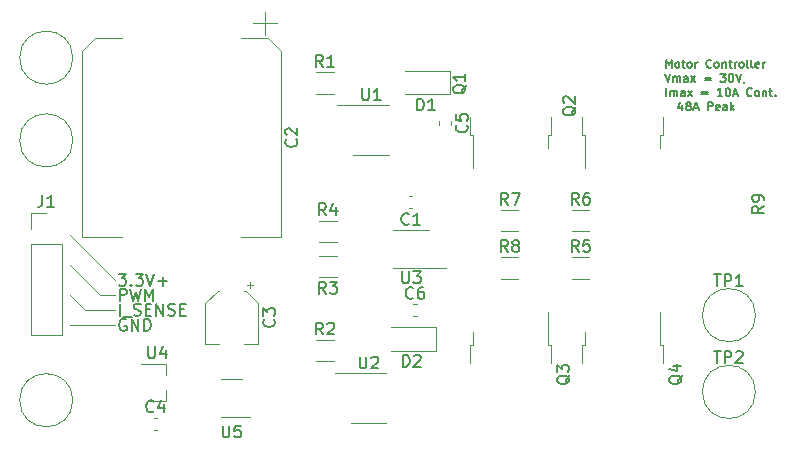
<source format=gto>
G04 #@! TF.GenerationSoftware,KiCad,Pcbnew,(5.1.10)-1*
G04 #@! TF.CreationDate,2021-09-07T16:34:36-04:00*
G04 #@! TF.ProjectId,Motor_Controller,4d6f746f-725f-4436-9f6e-74726f6c6c65,rev?*
G04 #@! TF.SameCoordinates,Original*
G04 #@! TF.FileFunction,Legend,Top*
G04 #@! TF.FilePolarity,Positive*
%FSLAX46Y46*%
G04 Gerber Fmt 4.6, Leading zero omitted, Abs format (unit mm)*
G04 Created by KiCad (PCBNEW (5.1.10)-1) date 2021-09-07 16:34:36*
%MOMM*%
%LPD*%
G01*
G04 APERTURE LIST*
%ADD10C,0.150000*%
%ADD11C,0.120000*%
%ADD12C,0.200000*%
%ADD13R,1.060000X0.650000*%
%ADD14R,0.900000X0.800000*%
%ADD15R,1.650000X2.850000*%
%ADD16C,4.000000*%
%ADD17R,1.000000X1.000000*%
%ADD18R,6.200000X2.700000*%
%ADD19R,5.800000X6.400000*%
%ADD20R,1.200000X2.200000*%
%ADD21O,1.700000X1.700000*%
%ADD22R,1.700000X1.700000*%
%ADD23R,1.100000X1.100000*%
G04 APERTURE END LIST*
D10*
X82179166Y-128056666D02*
X82179166Y-127356666D01*
X82412500Y-127856666D01*
X82645833Y-127356666D01*
X82645833Y-128056666D01*
X83079166Y-128056666D02*
X83012500Y-128023333D01*
X82979166Y-127990000D01*
X82945833Y-127923333D01*
X82945833Y-127723333D01*
X82979166Y-127656666D01*
X83012500Y-127623333D01*
X83079166Y-127590000D01*
X83179166Y-127590000D01*
X83245833Y-127623333D01*
X83279166Y-127656666D01*
X83312500Y-127723333D01*
X83312500Y-127923333D01*
X83279166Y-127990000D01*
X83245833Y-128023333D01*
X83179166Y-128056666D01*
X83079166Y-128056666D01*
X83512500Y-127590000D02*
X83779166Y-127590000D01*
X83612500Y-127356666D02*
X83612500Y-127956666D01*
X83645833Y-128023333D01*
X83712500Y-128056666D01*
X83779166Y-128056666D01*
X84112500Y-128056666D02*
X84045833Y-128023333D01*
X84012500Y-127990000D01*
X83979166Y-127923333D01*
X83979166Y-127723333D01*
X84012500Y-127656666D01*
X84045833Y-127623333D01*
X84112500Y-127590000D01*
X84212500Y-127590000D01*
X84279166Y-127623333D01*
X84312500Y-127656666D01*
X84345833Y-127723333D01*
X84345833Y-127923333D01*
X84312500Y-127990000D01*
X84279166Y-128023333D01*
X84212500Y-128056666D01*
X84112500Y-128056666D01*
X84645833Y-128056666D02*
X84645833Y-127590000D01*
X84645833Y-127723333D02*
X84679166Y-127656666D01*
X84712500Y-127623333D01*
X84779166Y-127590000D01*
X84845833Y-127590000D01*
X86012500Y-127990000D02*
X85979166Y-128023333D01*
X85879166Y-128056666D01*
X85812500Y-128056666D01*
X85712500Y-128023333D01*
X85645833Y-127956666D01*
X85612500Y-127890000D01*
X85579166Y-127756666D01*
X85579166Y-127656666D01*
X85612500Y-127523333D01*
X85645833Y-127456666D01*
X85712500Y-127390000D01*
X85812500Y-127356666D01*
X85879166Y-127356666D01*
X85979166Y-127390000D01*
X86012500Y-127423333D01*
X86412500Y-128056666D02*
X86345833Y-128023333D01*
X86312500Y-127990000D01*
X86279166Y-127923333D01*
X86279166Y-127723333D01*
X86312500Y-127656666D01*
X86345833Y-127623333D01*
X86412500Y-127590000D01*
X86512500Y-127590000D01*
X86579166Y-127623333D01*
X86612500Y-127656666D01*
X86645833Y-127723333D01*
X86645833Y-127923333D01*
X86612500Y-127990000D01*
X86579166Y-128023333D01*
X86512500Y-128056666D01*
X86412500Y-128056666D01*
X86945833Y-127590000D02*
X86945833Y-128056666D01*
X86945833Y-127656666D02*
X86979166Y-127623333D01*
X87045833Y-127590000D01*
X87145833Y-127590000D01*
X87212500Y-127623333D01*
X87245833Y-127690000D01*
X87245833Y-128056666D01*
X87479166Y-127590000D02*
X87745833Y-127590000D01*
X87579166Y-127356666D02*
X87579166Y-127956666D01*
X87612500Y-128023333D01*
X87679166Y-128056666D01*
X87745833Y-128056666D01*
X87979166Y-128056666D02*
X87979166Y-127590000D01*
X87979166Y-127723333D02*
X88012500Y-127656666D01*
X88045833Y-127623333D01*
X88112500Y-127590000D01*
X88179166Y-127590000D01*
X88512500Y-128056666D02*
X88445833Y-128023333D01*
X88412500Y-127990000D01*
X88379166Y-127923333D01*
X88379166Y-127723333D01*
X88412500Y-127656666D01*
X88445833Y-127623333D01*
X88512500Y-127590000D01*
X88612500Y-127590000D01*
X88679166Y-127623333D01*
X88712500Y-127656666D01*
X88745833Y-127723333D01*
X88745833Y-127923333D01*
X88712500Y-127990000D01*
X88679166Y-128023333D01*
X88612500Y-128056666D01*
X88512500Y-128056666D01*
X89145833Y-128056666D02*
X89079166Y-128023333D01*
X89045833Y-127956666D01*
X89045833Y-127356666D01*
X89512500Y-128056666D02*
X89445833Y-128023333D01*
X89412500Y-127956666D01*
X89412500Y-127356666D01*
X90045833Y-128023333D02*
X89979166Y-128056666D01*
X89845833Y-128056666D01*
X89779166Y-128023333D01*
X89745833Y-127956666D01*
X89745833Y-127690000D01*
X89779166Y-127623333D01*
X89845833Y-127590000D01*
X89979166Y-127590000D01*
X90045833Y-127623333D01*
X90079166Y-127690000D01*
X90079166Y-127756666D01*
X89745833Y-127823333D01*
X90379166Y-128056666D02*
X90379166Y-127590000D01*
X90379166Y-127723333D02*
X90412500Y-127656666D01*
X90445833Y-127623333D01*
X90512500Y-127590000D01*
X90579166Y-127590000D01*
X82079166Y-128556666D02*
X82312500Y-129256666D01*
X82545833Y-128556666D01*
X82779166Y-129256666D02*
X82779166Y-128790000D01*
X82779166Y-128856666D02*
X82812500Y-128823333D01*
X82879166Y-128790000D01*
X82979166Y-128790000D01*
X83045833Y-128823333D01*
X83079166Y-128890000D01*
X83079166Y-129256666D01*
X83079166Y-128890000D02*
X83112500Y-128823333D01*
X83179166Y-128790000D01*
X83279166Y-128790000D01*
X83345833Y-128823333D01*
X83379166Y-128890000D01*
X83379166Y-129256666D01*
X84012500Y-129256666D02*
X84012500Y-128890000D01*
X83979166Y-128823333D01*
X83912500Y-128790000D01*
X83779166Y-128790000D01*
X83712500Y-128823333D01*
X84012500Y-129223333D02*
X83945833Y-129256666D01*
X83779166Y-129256666D01*
X83712500Y-129223333D01*
X83679166Y-129156666D01*
X83679166Y-129090000D01*
X83712500Y-129023333D01*
X83779166Y-128990000D01*
X83945833Y-128990000D01*
X84012500Y-128956666D01*
X84279166Y-129256666D02*
X84645833Y-128790000D01*
X84279166Y-128790000D02*
X84645833Y-129256666D01*
X85445833Y-128890000D02*
X85979166Y-128890000D01*
X85979166Y-129090000D02*
X85445833Y-129090000D01*
X86779166Y-128556666D02*
X87212500Y-128556666D01*
X86979166Y-128823333D01*
X87079166Y-128823333D01*
X87145833Y-128856666D01*
X87179166Y-128890000D01*
X87212500Y-128956666D01*
X87212500Y-129123333D01*
X87179166Y-129190000D01*
X87145833Y-129223333D01*
X87079166Y-129256666D01*
X86879166Y-129256666D01*
X86812500Y-129223333D01*
X86779166Y-129190000D01*
X87645833Y-128556666D02*
X87712500Y-128556666D01*
X87779166Y-128590000D01*
X87812500Y-128623333D01*
X87845833Y-128690000D01*
X87879166Y-128823333D01*
X87879166Y-128990000D01*
X87845833Y-129123333D01*
X87812500Y-129190000D01*
X87779166Y-129223333D01*
X87712500Y-129256666D01*
X87645833Y-129256666D01*
X87579166Y-129223333D01*
X87545833Y-129190000D01*
X87512500Y-129123333D01*
X87479166Y-128990000D01*
X87479166Y-128823333D01*
X87512500Y-128690000D01*
X87545833Y-128623333D01*
X87579166Y-128590000D01*
X87645833Y-128556666D01*
X88079166Y-128556666D02*
X88312500Y-129256666D01*
X88545833Y-128556666D01*
X88812500Y-129223333D02*
X88812500Y-129256666D01*
X88779166Y-129323333D01*
X88745833Y-129356666D01*
X82179166Y-130456666D02*
X82179166Y-129756666D01*
X82512500Y-130456666D02*
X82512500Y-129990000D01*
X82512500Y-130056666D02*
X82545833Y-130023333D01*
X82612500Y-129990000D01*
X82712500Y-129990000D01*
X82779166Y-130023333D01*
X82812500Y-130090000D01*
X82812500Y-130456666D01*
X82812500Y-130090000D02*
X82845833Y-130023333D01*
X82912500Y-129990000D01*
X83012500Y-129990000D01*
X83079166Y-130023333D01*
X83112500Y-130090000D01*
X83112500Y-130456666D01*
X83745833Y-130456666D02*
X83745833Y-130090000D01*
X83712500Y-130023333D01*
X83645833Y-129990000D01*
X83512500Y-129990000D01*
X83445833Y-130023333D01*
X83745833Y-130423333D02*
X83679166Y-130456666D01*
X83512500Y-130456666D01*
X83445833Y-130423333D01*
X83412500Y-130356666D01*
X83412500Y-130290000D01*
X83445833Y-130223333D01*
X83512500Y-130190000D01*
X83679166Y-130190000D01*
X83745833Y-130156666D01*
X84012500Y-130456666D02*
X84379166Y-129990000D01*
X84012500Y-129990000D02*
X84379166Y-130456666D01*
X85179166Y-130090000D02*
X85712500Y-130090000D01*
X85712500Y-130290000D02*
X85179166Y-130290000D01*
X86945833Y-130456666D02*
X86545833Y-130456666D01*
X86745833Y-130456666D02*
X86745833Y-129756666D01*
X86679166Y-129856666D01*
X86612500Y-129923333D01*
X86545833Y-129956666D01*
X87379166Y-129756666D02*
X87445833Y-129756666D01*
X87512500Y-129790000D01*
X87545833Y-129823333D01*
X87579166Y-129890000D01*
X87612500Y-130023333D01*
X87612500Y-130190000D01*
X87579166Y-130323333D01*
X87545833Y-130390000D01*
X87512500Y-130423333D01*
X87445833Y-130456666D01*
X87379166Y-130456666D01*
X87312500Y-130423333D01*
X87279166Y-130390000D01*
X87245833Y-130323333D01*
X87212500Y-130190000D01*
X87212500Y-130023333D01*
X87245833Y-129890000D01*
X87279166Y-129823333D01*
X87312500Y-129790000D01*
X87379166Y-129756666D01*
X87879166Y-130256666D02*
X88212500Y-130256666D01*
X87812500Y-130456666D02*
X88045833Y-129756666D01*
X88279166Y-130456666D01*
X89445833Y-130390000D02*
X89412500Y-130423333D01*
X89312500Y-130456666D01*
X89245833Y-130456666D01*
X89145833Y-130423333D01*
X89079166Y-130356666D01*
X89045833Y-130290000D01*
X89012500Y-130156666D01*
X89012500Y-130056666D01*
X89045833Y-129923333D01*
X89079166Y-129856666D01*
X89145833Y-129790000D01*
X89245833Y-129756666D01*
X89312500Y-129756666D01*
X89412500Y-129790000D01*
X89445833Y-129823333D01*
X89845833Y-130456666D02*
X89779166Y-130423333D01*
X89745833Y-130390000D01*
X89712500Y-130323333D01*
X89712500Y-130123333D01*
X89745833Y-130056666D01*
X89779166Y-130023333D01*
X89845833Y-129990000D01*
X89945833Y-129990000D01*
X90012500Y-130023333D01*
X90045833Y-130056666D01*
X90079166Y-130123333D01*
X90079166Y-130323333D01*
X90045833Y-130390000D01*
X90012500Y-130423333D01*
X89945833Y-130456666D01*
X89845833Y-130456666D01*
X90379166Y-129990000D02*
X90379166Y-130456666D01*
X90379166Y-130056666D02*
X90412500Y-130023333D01*
X90479166Y-129990000D01*
X90579166Y-129990000D01*
X90645833Y-130023333D01*
X90679166Y-130090000D01*
X90679166Y-130456666D01*
X90912500Y-129990000D02*
X91179166Y-129990000D01*
X91012500Y-129756666D02*
X91012500Y-130356666D01*
X91045833Y-130423333D01*
X91112500Y-130456666D01*
X91179166Y-130456666D01*
X91412500Y-130390000D02*
X91445833Y-130423333D01*
X91412500Y-130456666D01*
X91379166Y-130423333D01*
X91412500Y-130390000D01*
X91412500Y-130456666D01*
X83545833Y-131190000D02*
X83545833Y-131656666D01*
X83379166Y-130923333D02*
X83212500Y-131423333D01*
X83645833Y-131423333D01*
X84012500Y-131256666D02*
X83945833Y-131223333D01*
X83912500Y-131190000D01*
X83879166Y-131123333D01*
X83879166Y-131090000D01*
X83912500Y-131023333D01*
X83945833Y-130990000D01*
X84012500Y-130956666D01*
X84145833Y-130956666D01*
X84212500Y-130990000D01*
X84245833Y-131023333D01*
X84279166Y-131090000D01*
X84279166Y-131123333D01*
X84245833Y-131190000D01*
X84212500Y-131223333D01*
X84145833Y-131256666D01*
X84012500Y-131256666D01*
X83945833Y-131290000D01*
X83912500Y-131323333D01*
X83879166Y-131390000D01*
X83879166Y-131523333D01*
X83912500Y-131590000D01*
X83945833Y-131623333D01*
X84012500Y-131656666D01*
X84145833Y-131656666D01*
X84212500Y-131623333D01*
X84245833Y-131590000D01*
X84279166Y-131523333D01*
X84279166Y-131390000D01*
X84245833Y-131323333D01*
X84212500Y-131290000D01*
X84145833Y-131256666D01*
X84545833Y-131456666D02*
X84879166Y-131456666D01*
X84479166Y-131656666D02*
X84712500Y-130956666D01*
X84945833Y-131656666D01*
X85712500Y-131656666D02*
X85712500Y-130956666D01*
X85979166Y-130956666D01*
X86045833Y-130990000D01*
X86079166Y-131023333D01*
X86112500Y-131090000D01*
X86112500Y-131190000D01*
X86079166Y-131256666D01*
X86045833Y-131290000D01*
X85979166Y-131323333D01*
X85712500Y-131323333D01*
X86679166Y-131623333D02*
X86612500Y-131656666D01*
X86479166Y-131656666D01*
X86412500Y-131623333D01*
X86379166Y-131556666D01*
X86379166Y-131290000D01*
X86412500Y-131223333D01*
X86479166Y-131190000D01*
X86612500Y-131190000D01*
X86679166Y-131223333D01*
X86712500Y-131290000D01*
X86712500Y-131356666D01*
X86379166Y-131423333D01*
X87312500Y-131656666D02*
X87312500Y-131290000D01*
X87279166Y-131223333D01*
X87212500Y-131190000D01*
X87079166Y-131190000D01*
X87012500Y-131223333D01*
X87312500Y-131623333D02*
X87245833Y-131656666D01*
X87079166Y-131656666D01*
X87012500Y-131623333D01*
X86979166Y-131556666D01*
X86979166Y-131490000D01*
X87012500Y-131423333D01*
X87079166Y-131390000D01*
X87245833Y-131390000D01*
X87312500Y-131356666D01*
X87645833Y-131656666D02*
X87645833Y-130956666D01*
X87712500Y-131390000D02*
X87912500Y-131656666D01*
X87912500Y-131190000D02*
X87645833Y-131456666D01*
D11*
X33020000Y-148590000D02*
X31750000Y-147320000D01*
X34290000Y-147320000D02*
X31750000Y-144780000D01*
X35560000Y-146050000D02*
X31750000Y-142240000D01*
X35560000Y-149860000D02*
X31750000Y-149860000D01*
X35560000Y-148590000D02*
X33020000Y-148590000D01*
X35560000Y-147320000D02*
X34290000Y-147320000D01*
D12*
X36451904Y-149360000D02*
X36356666Y-149312380D01*
X36213809Y-149312380D01*
X36070952Y-149360000D01*
X35975714Y-149455238D01*
X35928095Y-149550476D01*
X35880476Y-149740952D01*
X35880476Y-149883809D01*
X35928095Y-150074285D01*
X35975714Y-150169523D01*
X36070952Y-150264761D01*
X36213809Y-150312380D01*
X36309047Y-150312380D01*
X36451904Y-150264761D01*
X36499523Y-150217142D01*
X36499523Y-149883809D01*
X36309047Y-149883809D01*
X36928095Y-150312380D02*
X36928095Y-149312380D01*
X37499523Y-150312380D01*
X37499523Y-149312380D01*
X37975714Y-150312380D02*
X37975714Y-149312380D01*
X38213809Y-149312380D01*
X38356666Y-149360000D01*
X38451904Y-149455238D01*
X38499523Y-149550476D01*
X38547142Y-149740952D01*
X38547142Y-149883809D01*
X38499523Y-150074285D01*
X38451904Y-150169523D01*
X38356666Y-150264761D01*
X38213809Y-150312380D01*
X37975714Y-150312380D01*
X35928095Y-149042380D02*
X35928095Y-148042380D01*
X36166190Y-149137619D02*
X36928095Y-149137619D01*
X37118571Y-148994761D02*
X37261428Y-149042380D01*
X37499523Y-149042380D01*
X37594761Y-148994761D01*
X37642380Y-148947142D01*
X37690000Y-148851904D01*
X37690000Y-148756666D01*
X37642380Y-148661428D01*
X37594761Y-148613809D01*
X37499523Y-148566190D01*
X37309047Y-148518571D01*
X37213809Y-148470952D01*
X37166190Y-148423333D01*
X37118571Y-148328095D01*
X37118571Y-148232857D01*
X37166190Y-148137619D01*
X37213809Y-148090000D01*
X37309047Y-148042380D01*
X37547142Y-148042380D01*
X37690000Y-148090000D01*
X38118571Y-148518571D02*
X38451904Y-148518571D01*
X38594761Y-149042380D02*
X38118571Y-149042380D01*
X38118571Y-148042380D01*
X38594761Y-148042380D01*
X39023333Y-149042380D02*
X39023333Y-148042380D01*
X39594761Y-149042380D01*
X39594761Y-148042380D01*
X40023333Y-148994761D02*
X40166190Y-149042380D01*
X40404285Y-149042380D01*
X40499523Y-148994761D01*
X40547142Y-148947142D01*
X40594761Y-148851904D01*
X40594761Y-148756666D01*
X40547142Y-148661428D01*
X40499523Y-148613809D01*
X40404285Y-148566190D01*
X40213809Y-148518571D01*
X40118571Y-148470952D01*
X40070952Y-148423333D01*
X40023333Y-148328095D01*
X40023333Y-148232857D01*
X40070952Y-148137619D01*
X40118571Y-148090000D01*
X40213809Y-148042380D01*
X40451904Y-148042380D01*
X40594761Y-148090000D01*
X41023333Y-148518571D02*
X41356666Y-148518571D01*
X41499523Y-149042380D02*
X41023333Y-149042380D01*
X41023333Y-148042380D01*
X41499523Y-148042380D01*
X35928095Y-147772380D02*
X35928095Y-146772380D01*
X36309047Y-146772380D01*
X36404285Y-146820000D01*
X36451904Y-146867619D01*
X36499523Y-146962857D01*
X36499523Y-147105714D01*
X36451904Y-147200952D01*
X36404285Y-147248571D01*
X36309047Y-147296190D01*
X35928095Y-147296190D01*
X36832857Y-146772380D02*
X37070952Y-147772380D01*
X37261428Y-147058095D01*
X37451904Y-147772380D01*
X37690000Y-146772380D01*
X38070952Y-147772380D02*
X38070952Y-146772380D01*
X38404285Y-147486666D01*
X38737619Y-146772380D01*
X38737619Y-147772380D01*
X35832857Y-145502380D02*
X36451904Y-145502380D01*
X36118571Y-145883333D01*
X36261428Y-145883333D01*
X36356666Y-145930952D01*
X36404285Y-145978571D01*
X36451904Y-146073809D01*
X36451904Y-146311904D01*
X36404285Y-146407142D01*
X36356666Y-146454761D01*
X36261428Y-146502380D01*
X35975714Y-146502380D01*
X35880476Y-146454761D01*
X35832857Y-146407142D01*
X36880476Y-146407142D02*
X36928095Y-146454761D01*
X36880476Y-146502380D01*
X36832857Y-146454761D01*
X36880476Y-146407142D01*
X36880476Y-146502380D01*
X37261428Y-145502380D02*
X37880476Y-145502380D01*
X37547142Y-145883333D01*
X37690000Y-145883333D01*
X37785238Y-145930952D01*
X37832857Y-145978571D01*
X37880476Y-146073809D01*
X37880476Y-146311904D01*
X37832857Y-146407142D01*
X37785238Y-146454761D01*
X37690000Y-146502380D01*
X37404285Y-146502380D01*
X37309047Y-146454761D01*
X37261428Y-146407142D01*
X38166190Y-145502380D02*
X38499523Y-146502380D01*
X38832857Y-145502380D01*
X39166190Y-146121428D02*
X39928095Y-146121428D01*
X39547142Y-146502380D02*
X39547142Y-145740476D01*
D11*
X60791233Y-148090000D02*
X61083767Y-148090000D01*
X60791233Y-149110000D02*
X61083767Y-149110000D01*
X64010000Y-132591233D02*
X64010000Y-132883767D01*
X62990000Y-132591233D02*
X62990000Y-132883767D01*
X52572936Y-128440000D02*
X54027064Y-128440000D01*
X52572936Y-130260000D02*
X54027064Y-130260000D01*
X46300000Y-154390000D02*
X44500000Y-154390000D01*
X44500000Y-157610000D02*
X46950000Y-157610000D01*
X39860000Y-156280000D02*
X39860000Y-155350000D01*
X39860000Y-153120000D02*
X39860000Y-154050000D01*
X39860000Y-153120000D02*
X37700000Y-153120000D01*
X39860000Y-156280000D02*
X38400000Y-156280000D01*
X60600000Y-141790000D02*
X59100000Y-141790000D01*
X60600000Y-141790000D02*
X62100000Y-141790000D01*
X60600000Y-145010000D02*
X59100000Y-145010000D01*
X60600000Y-145010000D02*
X63525000Y-145010000D01*
X57000000Y-158110000D02*
X58500000Y-158110000D01*
X57000000Y-158110000D02*
X55500000Y-158110000D01*
X57000000Y-153890000D02*
X58500000Y-153890000D01*
X57000000Y-153890000D02*
X54125000Y-153890000D01*
X57200000Y-135410000D02*
X58700000Y-135410000D01*
X57200000Y-135410000D02*
X55700000Y-135410000D01*
X57200000Y-131190000D02*
X58700000Y-131190000D01*
X57200000Y-131190000D02*
X54325000Y-131190000D01*
X31950000Y-127200000D02*
G75*
G03*
X31950000Y-127200000I-2250000J0D01*
G01*
X31950000Y-156200000D02*
G75*
G03*
X31950000Y-156200000I-2250000J0D01*
G01*
X31950000Y-134200000D02*
G75*
G03*
X31950000Y-134200000I-2250000J0D01*
G01*
X89750000Y-155500000D02*
G75*
G03*
X89750000Y-155500000I-2250000J0D01*
G01*
X89750000Y-149000000D02*
G75*
G03*
X89750000Y-149000000I-2250000J0D01*
G01*
X68222936Y-144090000D02*
X69677064Y-144090000D01*
X68222936Y-145910000D02*
X69677064Y-145910000D01*
X68222936Y-140090000D02*
X69677064Y-140090000D01*
X68222936Y-141910000D02*
X69677064Y-141910000D01*
X74222936Y-140090000D02*
X75677064Y-140090000D01*
X74222936Y-141910000D02*
X75677064Y-141910000D01*
X74222936Y-144090000D02*
X75677064Y-144090000D01*
X74222936Y-145910000D02*
X75677064Y-145910000D01*
X52822936Y-140990000D02*
X54277064Y-140990000D01*
X52822936Y-142810000D02*
X54277064Y-142810000D01*
X54277064Y-145810000D02*
X52822936Y-145810000D01*
X54277064Y-143990000D02*
X52822936Y-143990000D01*
X52572936Y-151090000D02*
X54027064Y-151090000D01*
X52572936Y-152910000D02*
X54027064Y-152910000D01*
X81950000Y-153030000D02*
X81950000Y-151530000D01*
X81950000Y-151530000D02*
X81680000Y-151530000D01*
X81680000Y-151530000D02*
X81680000Y-148700000D01*
X75050000Y-153030000D02*
X75050000Y-151530000D01*
X75050000Y-151530000D02*
X75320000Y-151530000D01*
X75320000Y-151530000D02*
X75320000Y-150430000D01*
X72450000Y-153030000D02*
X72450000Y-151530000D01*
X72450000Y-151530000D02*
X72180000Y-151530000D01*
X72180000Y-151530000D02*
X72180000Y-148700000D01*
X65550000Y-153030000D02*
X65550000Y-151530000D01*
X65550000Y-151530000D02*
X65820000Y-151530000D01*
X65820000Y-151530000D02*
X65820000Y-150430000D01*
X75050000Y-132245000D02*
X75050000Y-133745000D01*
X75050000Y-133745000D02*
X75320000Y-133745000D01*
X75320000Y-133745000D02*
X75320000Y-136575000D01*
X81950000Y-132245000D02*
X81950000Y-133745000D01*
X81950000Y-133745000D02*
X81680000Y-133745000D01*
X81680000Y-133745000D02*
X81680000Y-134845000D01*
X65575000Y-132245000D02*
X65575000Y-133745000D01*
X65575000Y-133745000D02*
X65845000Y-133745000D01*
X65845000Y-133745000D02*
X65845000Y-136575000D01*
X72475000Y-132245000D02*
X72475000Y-133745000D01*
X72475000Y-133745000D02*
X72205000Y-133745000D01*
X72205000Y-133745000D02*
X72205000Y-134845000D01*
X28370000Y-150650000D02*
X31030000Y-150650000D01*
X28370000Y-142970000D02*
X28370000Y-150650000D01*
X31030000Y-142970000D02*
X31030000Y-150650000D01*
X28370000Y-142970000D02*
X31030000Y-142970000D01*
X28370000Y-141700000D02*
X28370000Y-140370000D01*
X28370000Y-140370000D02*
X29700000Y-140370000D01*
X62700000Y-152000000D02*
X62700000Y-150000000D01*
X62700000Y-150000000D02*
X58850000Y-150000000D01*
X62700000Y-152000000D02*
X58850000Y-152000000D01*
X63900000Y-130300000D02*
X63900000Y-128300000D01*
X63900000Y-128300000D02*
X60050000Y-128300000D01*
X63900000Y-130300000D02*
X60050000Y-130300000D01*
X38816233Y-157690000D02*
X39108767Y-157690000D01*
X38816233Y-158710000D02*
X39108767Y-158710000D01*
X43140000Y-151460000D02*
X44340000Y-151460000D01*
X47660000Y-151460000D02*
X46460000Y-151460000D01*
X47660000Y-148004437D02*
X47660000Y-151460000D01*
X43140000Y-148004437D02*
X43140000Y-151460000D01*
X44204437Y-146940000D02*
X44340000Y-146940000D01*
X46595563Y-146940000D02*
X46460000Y-146940000D01*
X46595563Y-146940000D02*
X47660000Y-148004437D01*
X44204437Y-146940000D02*
X43140000Y-148004437D01*
X46960000Y-146200000D02*
X46960000Y-146700000D01*
X47210000Y-146450000D02*
X46710000Y-146450000D01*
X32740000Y-142360000D02*
X36090000Y-142360000D01*
X49560000Y-142360000D02*
X46210000Y-142360000D01*
X49560000Y-126604437D02*
X49560000Y-142360000D01*
X32740000Y-126604437D02*
X32740000Y-142360000D01*
X33804437Y-125540000D02*
X36090000Y-125540000D01*
X48495563Y-125540000D02*
X46210000Y-125540000D01*
X48495563Y-125540000D02*
X49560000Y-126604437D01*
X33804437Y-125540000D02*
X32740000Y-126604437D01*
X48210000Y-123300000D02*
X48210000Y-125300000D01*
X49210000Y-124300000D02*
X47210000Y-124300000D01*
X60416233Y-138890000D02*
X60708767Y-138890000D01*
X60416233Y-139910000D02*
X60708767Y-139910000D01*
D10*
X60770833Y-147527142D02*
X60723214Y-147574761D01*
X60580357Y-147622380D01*
X60485119Y-147622380D01*
X60342261Y-147574761D01*
X60247023Y-147479523D01*
X60199404Y-147384285D01*
X60151785Y-147193809D01*
X60151785Y-147050952D01*
X60199404Y-146860476D01*
X60247023Y-146765238D01*
X60342261Y-146670000D01*
X60485119Y-146622380D01*
X60580357Y-146622380D01*
X60723214Y-146670000D01*
X60770833Y-146717619D01*
X61627976Y-146622380D02*
X61437500Y-146622380D01*
X61342261Y-146670000D01*
X61294642Y-146717619D01*
X61199404Y-146860476D01*
X61151785Y-147050952D01*
X61151785Y-147431904D01*
X61199404Y-147527142D01*
X61247023Y-147574761D01*
X61342261Y-147622380D01*
X61532738Y-147622380D01*
X61627976Y-147574761D01*
X61675595Y-147527142D01*
X61723214Y-147431904D01*
X61723214Y-147193809D01*
X61675595Y-147098571D01*
X61627976Y-147050952D01*
X61532738Y-147003333D01*
X61342261Y-147003333D01*
X61247023Y-147050952D01*
X61199404Y-147098571D01*
X61151785Y-147193809D01*
X65287142Y-132904166D02*
X65334761Y-132951785D01*
X65382380Y-133094642D01*
X65382380Y-133189880D01*
X65334761Y-133332738D01*
X65239523Y-133427976D01*
X65144285Y-133475595D01*
X64953809Y-133523214D01*
X64810952Y-133523214D01*
X64620476Y-133475595D01*
X64525238Y-133427976D01*
X64430000Y-133332738D01*
X64382380Y-133189880D01*
X64382380Y-133094642D01*
X64430000Y-132951785D01*
X64477619Y-132904166D01*
X64382380Y-131999404D02*
X64382380Y-132475595D01*
X64858571Y-132523214D01*
X64810952Y-132475595D01*
X64763333Y-132380357D01*
X64763333Y-132142261D01*
X64810952Y-132047023D01*
X64858571Y-131999404D01*
X64953809Y-131951785D01*
X65191904Y-131951785D01*
X65287142Y-131999404D01*
X65334761Y-132047023D01*
X65382380Y-132142261D01*
X65382380Y-132380357D01*
X65334761Y-132475595D01*
X65287142Y-132523214D01*
X53133333Y-127982380D02*
X52800000Y-127506190D01*
X52561904Y-127982380D02*
X52561904Y-126982380D01*
X52942857Y-126982380D01*
X53038095Y-127030000D01*
X53085714Y-127077619D01*
X53133333Y-127172857D01*
X53133333Y-127315714D01*
X53085714Y-127410952D01*
X53038095Y-127458571D01*
X52942857Y-127506190D01*
X52561904Y-127506190D01*
X54085714Y-127982380D02*
X53514285Y-127982380D01*
X53800000Y-127982380D02*
X53800000Y-126982380D01*
X53704761Y-127125238D01*
X53609523Y-127220476D01*
X53514285Y-127268095D01*
X44638095Y-158352380D02*
X44638095Y-159161904D01*
X44685714Y-159257142D01*
X44733333Y-159304761D01*
X44828571Y-159352380D01*
X45019047Y-159352380D01*
X45114285Y-159304761D01*
X45161904Y-159257142D01*
X45209523Y-159161904D01*
X45209523Y-158352380D01*
X46161904Y-158352380D02*
X45685714Y-158352380D01*
X45638095Y-158828571D01*
X45685714Y-158780952D01*
X45780952Y-158733333D01*
X46019047Y-158733333D01*
X46114285Y-158780952D01*
X46161904Y-158828571D01*
X46209523Y-158923809D01*
X46209523Y-159161904D01*
X46161904Y-159257142D01*
X46114285Y-159304761D01*
X46019047Y-159352380D01*
X45780952Y-159352380D01*
X45685714Y-159304761D01*
X45638095Y-159257142D01*
X38338095Y-151652380D02*
X38338095Y-152461904D01*
X38385714Y-152557142D01*
X38433333Y-152604761D01*
X38528571Y-152652380D01*
X38719047Y-152652380D01*
X38814285Y-152604761D01*
X38861904Y-152557142D01*
X38909523Y-152461904D01*
X38909523Y-151652380D01*
X39814285Y-151985714D02*
X39814285Y-152652380D01*
X39576190Y-151604761D02*
X39338095Y-152319047D01*
X39957142Y-152319047D01*
X59838095Y-145302380D02*
X59838095Y-146111904D01*
X59885714Y-146207142D01*
X59933333Y-146254761D01*
X60028571Y-146302380D01*
X60219047Y-146302380D01*
X60314285Y-146254761D01*
X60361904Y-146207142D01*
X60409523Y-146111904D01*
X60409523Y-145302380D01*
X60790476Y-145302380D02*
X61409523Y-145302380D01*
X61076190Y-145683333D01*
X61219047Y-145683333D01*
X61314285Y-145730952D01*
X61361904Y-145778571D01*
X61409523Y-145873809D01*
X61409523Y-146111904D01*
X61361904Y-146207142D01*
X61314285Y-146254761D01*
X61219047Y-146302380D01*
X60933333Y-146302380D01*
X60838095Y-146254761D01*
X60790476Y-146207142D01*
X56238095Y-152502380D02*
X56238095Y-153311904D01*
X56285714Y-153407142D01*
X56333333Y-153454761D01*
X56428571Y-153502380D01*
X56619047Y-153502380D01*
X56714285Y-153454761D01*
X56761904Y-153407142D01*
X56809523Y-153311904D01*
X56809523Y-152502380D01*
X57238095Y-152597619D02*
X57285714Y-152550000D01*
X57380952Y-152502380D01*
X57619047Y-152502380D01*
X57714285Y-152550000D01*
X57761904Y-152597619D01*
X57809523Y-152692857D01*
X57809523Y-152788095D01*
X57761904Y-152930952D01*
X57190476Y-153502380D01*
X57809523Y-153502380D01*
X56438095Y-129802380D02*
X56438095Y-130611904D01*
X56485714Y-130707142D01*
X56533333Y-130754761D01*
X56628571Y-130802380D01*
X56819047Y-130802380D01*
X56914285Y-130754761D01*
X56961904Y-130707142D01*
X57009523Y-130611904D01*
X57009523Y-129802380D01*
X58009523Y-130802380D02*
X57438095Y-130802380D01*
X57723809Y-130802380D02*
X57723809Y-129802380D01*
X57628571Y-129945238D01*
X57533333Y-130040476D01*
X57438095Y-130088095D01*
X86238095Y-152054380D02*
X86809523Y-152054380D01*
X86523809Y-153054380D02*
X86523809Y-152054380D01*
X87142857Y-153054380D02*
X87142857Y-152054380D01*
X87523809Y-152054380D01*
X87619047Y-152102000D01*
X87666666Y-152149619D01*
X87714285Y-152244857D01*
X87714285Y-152387714D01*
X87666666Y-152482952D01*
X87619047Y-152530571D01*
X87523809Y-152578190D01*
X87142857Y-152578190D01*
X88095238Y-152149619D02*
X88142857Y-152102000D01*
X88238095Y-152054380D01*
X88476190Y-152054380D01*
X88571428Y-152102000D01*
X88619047Y-152149619D01*
X88666666Y-152244857D01*
X88666666Y-152340095D01*
X88619047Y-152482952D01*
X88047619Y-153054380D01*
X88666666Y-153054380D01*
X86238095Y-145554380D02*
X86809523Y-145554380D01*
X86523809Y-146554380D02*
X86523809Y-145554380D01*
X87142857Y-146554380D02*
X87142857Y-145554380D01*
X87523809Y-145554380D01*
X87619047Y-145602000D01*
X87666666Y-145649619D01*
X87714285Y-145744857D01*
X87714285Y-145887714D01*
X87666666Y-145982952D01*
X87619047Y-146030571D01*
X87523809Y-146078190D01*
X87142857Y-146078190D01*
X88666666Y-146554380D02*
X88095238Y-146554380D01*
X88380952Y-146554380D02*
X88380952Y-145554380D01*
X88285714Y-145697238D01*
X88190476Y-145792476D01*
X88095238Y-145840095D01*
X90452380Y-139766666D02*
X89976190Y-140100000D01*
X90452380Y-140338095D02*
X89452380Y-140338095D01*
X89452380Y-139957142D01*
X89500000Y-139861904D01*
X89547619Y-139814285D01*
X89642857Y-139766666D01*
X89785714Y-139766666D01*
X89880952Y-139814285D01*
X89928571Y-139861904D01*
X89976190Y-139957142D01*
X89976190Y-140338095D01*
X90452380Y-139290476D02*
X90452380Y-139100000D01*
X90404761Y-139004761D01*
X90357142Y-138957142D01*
X90214285Y-138861904D01*
X90023809Y-138814285D01*
X89642857Y-138814285D01*
X89547619Y-138861904D01*
X89500000Y-138909523D01*
X89452380Y-139004761D01*
X89452380Y-139195238D01*
X89500000Y-139290476D01*
X89547619Y-139338095D01*
X89642857Y-139385714D01*
X89880952Y-139385714D01*
X89976190Y-139338095D01*
X90023809Y-139290476D01*
X90071428Y-139195238D01*
X90071428Y-139004761D01*
X90023809Y-138909523D01*
X89976190Y-138861904D01*
X89880952Y-138814285D01*
X68783333Y-143632380D02*
X68450000Y-143156190D01*
X68211904Y-143632380D02*
X68211904Y-142632380D01*
X68592857Y-142632380D01*
X68688095Y-142680000D01*
X68735714Y-142727619D01*
X68783333Y-142822857D01*
X68783333Y-142965714D01*
X68735714Y-143060952D01*
X68688095Y-143108571D01*
X68592857Y-143156190D01*
X68211904Y-143156190D01*
X69354761Y-143060952D02*
X69259523Y-143013333D01*
X69211904Y-142965714D01*
X69164285Y-142870476D01*
X69164285Y-142822857D01*
X69211904Y-142727619D01*
X69259523Y-142680000D01*
X69354761Y-142632380D01*
X69545238Y-142632380D01*
X69640476Y-142680000D01*
X69688095Y-142727619D01*
X69735714Y-142822857D01*
X69735714Y-142870476D01*
X69688095Y-142965714D01*
X69640476Y-143013333D01*
X69545238Y-143060952D01*
X69354761Y-143060952D01*
X69259523Y-143108571D01*
X69211904Y-143156190D01*
X69164285Y-143251428D01*
X69164285Y-143441904D01*
X69211904Y-143537142D01*
X69259523Y-143584761D01*
X69354761Y-143632380D01*
X69545238Y-143632380D01*
X69640476Y-143584761D01*
X69688095Y-143537142D01*
X69735714Y-143441904D01*
X69735714Y-143251428D01*
X69688095Y-143156190D01*
X69640476Y-143108571D01*
X69545238Y-143060952D01*
X68783333Y-139632380D02*
X68450000Y-139156190D01*
X68211904Y-139632380D02*
X68211904Y-138632380D01*
X68592857Y-138632380D01*
X68688095Y-138680000D01*
X68735714Y-138727619D01*
X68783333Y-138822857D01*
X68783333Y-138965714D01*
X68735714Y-139060952D01*
X68688095Y-139108571D01*
X68592857Y-139156190D01*
X68211904Y-139156190D01*
X69116666Y-138632380D02*
X69783333Y-138632380D01*
X69354761Y-139632380D01*
X74783333Y-139632380D02*
X74450000Y-139156190D01*
X74211904Y-139632380D02*
X74211904Y-138632380D01*
X74592857Y-138632380D01*
X74688095Y-138680000D01*
X74735714Y-138727619D01*
X74783333Y-138822857D01*
X74783333Y-138965714D01*
X74735714Y-139060952D01*
X74688095Y-139108571D01*
X74592857Y-139156190D01*
X74211904Y-139156190D01*
X75640476Y-138632380D02*
X75450000Y-138632380D01*
X75354761Y-138680000D01*
X75307142Y-138727619D01*
X75211904Y-138870476D01*
X75164285Y-139060952D01*
X75164285Y-139441904D01*
X75211904Y-139537142D01*
X75259523Y-139584761D01*
X75354761Y-139632380D01*
X75545238Y-139632380D01*
X75640476Y-139584761D01*
X75688095Y-139537142D01*
X75735714Y-139441904D01*
X75735714Y-139203809D01*
X75688095Y-139108571D01*
X75640476Y-139060952D01*
X75545238Y-139013333D01*
X75354761Y-139013333D01*
X75259523Y-139060952D01*
X75211904Y-139108571D01*
X75164285Y-139203809D01*
X74783333Y-143632380D02*
X74450000Y-143156190D01*
X74211904Y-143632380D02*
X74211904Y-142632380D01*
X74592857Y-142632380D01*
X74688095Y-142680000D01*
X74735714Y-142727619D01*
X74783333Y-142822857D01*
X74783333Y-142965714D01*
X74735714Y-143060952D01*
X74688095Y-143108571D01*
X74592857Y-143156190D01*
X74211904Y-143156190D01*
X75688095Y-142632380D02*
X75211904Y-142632380D01*
X75164285Y-143108571D01*
X75211904Y-143060952D01*
X75307142Y-143013333D01*
X75545238Y-143013333D01*
X75640476Y-143060952D01*
X75688095Y-143108571D01*
X75735714Y-143203809D01*
X75735714Y-143441904D01*
X75688095Y-143537142D01*
X75640476Y-143584761D01*
X75545238Y-143632380D01*
X75307142Y-143632380D01*
X75211904Y-143584761D01*
X75164285Y-143537142D01*
X53383333Y-140532380D02*
X53050000Y-140056190D01*
X52811904Y-140532380D02*
X52811904Y-139532380D01*
X53192857Y-139532380D01*
X53288095Y-139580000D01*
X53335714Y-139627619D01*
X53383333Y-139722857D01*
X53383333Y-139865714D01*
X53335714Y-139960952D01*
X53288095Y-140008571D01*
X53192857Y-140056190D01*
X52811904Y-140056190D01*
X54240476Y-139865714D02*
X54240476Y-140532380D01*
X54002380Y-139484761D02*
X53764285Y-140199047D01*
X54383333Y-140199047D01*
X53383333Y-147172380D02*
X53050000Y-146696190D01*
X52811904Y-147172380D02*
X52811904Y-146172380D01*
X53192857Y-146172380D01*
X53288095Y-146220000D01*
X53335714Y-146267619D01*
X53383333Y-146362857D01*
X53383333Y-146505714D01*
X53335714Y-146600952D01*
X53288095Y-146648571D01*
X53192857Y-146696190D01*
X52811904Y-146696190D01*
X53716666Y-146172380D02*
X54335714Y-146172380D01*
X54002380Y-146553333D01*
X54145238Y-146553333D01*
X54240476Y-146600952D01*
X54288095Y-146648571D01*
X54335714Y-146743809D01*
X54335714Y-146981904D01*
X54288095Y-147077142D01*
X54240476Y-147124761D01*
X54145238Y-147172380D01*
X53859523Y-147172380D01*
X53764285Y-147124761D01*
X53716666Y-147077142D01*
X53133333Y-150632380D02*
X52800000Y-150156190D01*
X52561904Y-150632380D02*
X52561904Y-149632380D01*
X52942857Y-149632380D01*
X53038095Y-149680000D01*
X53085714Y-149727619D01*
X53133333Y-149822857D01*
X53133333Y-149965714D01*
X53085714Y-150060952D01*
X53038095Y-150108571D01*
X52942857Y-150156190D01*
X52561904Y-150156190D01*
X53514285Y-149727619D02*
X53561904Y-149680000D01*
X53657142Y-149632380D01*
X53895238Y-149632380D01*
X53990476Y-149680000D01*
X54038095Y-149727619D01*
X54085714Y-149822857D01*
X54085714Y-149918095D01*
X54038095Y-150060952D01*
X53466666Y-150632380D01*
X54085714Y-150632380D01*
X83547619Y-154095238D02*
X83500000Y-154190476D01*
X83404761Y-154285714D01*
X83261904Y-154428571D01*
X83214285Y-154523809D01*
X83214285Y-154619047D01*
X83452380Y-154571428D02*
X83404761Y-154666666D01*
X83309523Y-154761904D01*
X83119047Y-154809523D01*
X82785714Y-154809523D01*
X82595238Y-154761904D01*
X82500000Y-154666666D01*
X82452380Y-154571428D01*
X82452380Y-154380952D01*
X82500000Y-154285714D01*
X82595238Y-154190476D01*
X82785714Y-154142857D01*
X83119047Y-154142857D01*
X83309523Y-154190476D01*
X83404761Y-154285714D01*
X83452380Y-154380952D01*
X83452380Y-154571428D01*
X82785714Y-153285714D02*
X83452380Y-153285714D01*
X82404761Y-153523809D02*
X83119047Y-153761904D01*
X83119047Y-153142857D01*
X74047619Y-154095238D02*
X74000000Y-154190476D01*
X73904761Y-154285714D01*
X73761904Y-154428571D01*
X73714285Y-154523809D01*
X73714285Y-154619047D01*
X73952380Y-154571428D02*
X73904761Y-154666666D01*
X73809523Y-154761904D01*
X73619047Y-154809523D01*
X73285714Y-154809523D01*
X73095238Y-154761904D01*
X73000000Y-154666666D01*
X72952380Y-154571428D01*
X72952380Y-154380952D01*
X73000000Y-154285714D01*
X73095238Y-154190476D01*
X73285714Y-154142857D01*
X73619047Y-154142857D01*
X73809523Y-154190476D01*
X73904761Y-154285714D01*
X73952380Y-154380952D01*
X73952380Y-154571428D01*
X72952380Y-153809523D02*
X72952380Y-153190476D01*
X73333333Y-153523809D01*
X73333333Y-153380952D01*
X73380952Y-153285714D01*
X73428571Y-153238095D01*
X73523809Y-153190476D01*
X73761904Y-153190476D01*
X73857142Y-153238095D01*
X73904761Y-153285714D01*
X73952380Y-153380952D01*
X73952380Y-153666666D01*
X73904761Y-153761904D01*
X73857142Y-153809523D01*
X74547619Y-131370238D02*
X74500000Y-131465476D01*
X74404761Y-131560714D01*
X74261904Y-131703571D01*
X74214285Y-131798809D01*
X74214285Y-131894047D01*
X74452380Y-131846428D02*
X74404761Y-131941666D01*
X74309523Y-132036904D01*
X74119047Y-132084523D01*
X73785714Y-132084523D01*
X73595238Y-132036904D01*
X73500000Y-131941666D01*
X73452380Y-131846428D01*
X73452380Y-131655952D01*
X73500000Y-131560714D01*
X73595238Y-131465476D01*
X73785714Y-131417857D01*
X74119047Y-131417857D01*
X74309523Y-131465476D01*
X74404761Y-131560714D01*
X74452380Y-131655952D01*
X74452380Y-131846428D01*
X73547619Y-131036904D02*
X73500000Y-130989285D01*
X73452380Y-130894047D01*
X73452380Y-130655952D01*
X73500000Y-130560714D01*
X73547619Y-130513095D01*
X73642857Y-130465476D01*
X73738095Y-130465476D01*
X73880952Y-130513095D01*
X74452380Y-131084523D01*
X74452380Y-130465476D01*
X65247619Y-129495238D02*
X65200000Y-129590476D01*
X65104761Y-129685714D01*
X64961904Y-129828571D01*
X64914285Y-129923809D01*
X64914285Y-130019047D01*
X65152380Y-129971428D02*
X65104761Y-130066666D01*
X65009523Y-130161904D01*
X64819047Y-130209523D01*
X64485714Y-130209523D01*
X64295238Y-130161904D01*
X64200000Y-130066666D01*
X64152380Y-129971428D01*
X64152380Y-129780952D01*
X64200000Y-129685714D01*
X64295238Y-129590476D01*
X64485714Y-129542857D01*
X64819047Y-129542857D01*
X65009523Y-129590476D01*
X65104761Y-129685714D01*
X65152380Y-129780952D01*
X65152380Y-129971428D01*
X65152380Y-128590476D02*
X65152380Y-129161904D01*
X65152380Y-128876190D02*
X64152380Y-128876190D01*
X64295238Y-128971428D01*
X64390476Y-129066666D01*
X64438095Y-129161904D01*
X29366666Y-138822380D02*
X29366666Y-139536666D01*
X29319047Y-139679523D01*
X29223809Y-139774761D01*
X29080952Y-139822380D01*
X28985714Y-139822380D01*
X30366666Y-139822380D02*
X29795238Y-139822380D01*
X30080952Y-139822380D02*
X30080952Y-138822380D01*
X29985714Y-138965238D01*
X29890476Y-139060476D01*
X29795238Y-139108095D01*
X59888904Y-153357380D02*
X59888904Y-152357380D01*
X60127000Y-152357380D01*
X60269857Y-152405000D01*
X60365095Y-152500238D01*
X60412714Y-152595476D01*
X60460333Y-152785952D01*
X60460333Y-152928809D01*
X60412714Y-153119285D01*
X60365095Y-153214523D01*
X60269857Y-153309761D01*
X60127000Y-153357380D01*
X59888904Y-153357380D01*
X60841285Y-152452619D02*
X60888904Y-152405000D01*
X60984142Y-152357380D01*
X61222238Y-152357380D01*
X61317476Y-152405000D01*
X61365095Y-152452619D01*
X61412714Y-152547857D01*
X61412714Y-152643095D01*
X61365095Y-152785952D01*
X60793666Y-153357380D01*
X61412714Y-153357380D01*
X61088904Y-131657380D02*
X61088904Y-130657380D01*
X61327000Y-130657380D01*
X61469857Y-130705000D01*
X61565095Y-130800238D01*
X61612714Y-130895476D01*
X61660333Y-131085952D01*
X61660333Y-131228809D01*
X61612714Y-131419285D01*
X61565095Y-131514523D01*
X61469857Y-131609761D01*
X61327000Y-131657380D01*
X61088904Y-131657380D01*
X62612714Y-131657380D02*
X62041285Y-131657380D01*
X62327000Y-131657380D02*
X62327000Y-130657380D01*
X62231761Y-130800238D01*
X62136523Y-130895476D01*
X62041285Y-130943095D01*
X38795833Y-157127142D02*
X38748214Y-157174761D01*
X38605357Y-157222380D01*
X38510119Y-157222380D01*
X38367261Y-157174761D01*
X38272023Y-157079523D01*
X38224404Y-156984285D01*
X38176785Y-156793809D01*
X38176785Y-156650952D01*
X38224404Y-156460476D01*
X38272023Y-156365238D01*
X38367261Y-156270000D01*
X38510119Y-156222380D01*
X38605357Y-156222380D01*
X38748214Y-156270000D01*
X38795833Y-156317619D01*
X39652976Y-156555714D02*
X39652976Y-157222380D01*
X39414880Y-156174761D02*
X39176785Y-156889047D01*
X39795833Y-156889047D01*
X48957142Y-149366666D02*
X49004761Y-149414285D01*
X49052380Y-149557142D01*
X49052380Y-149652380D01*
X49004761Y-149795238D01*
X48909523Y-149890476D01*
X48814285Y-149938095D01*
X48623809Y-149985714D01*
X48480952Y-149985714D01*
X48290476Y-149938095D01*
X48195238Y-149890476D01*
X48100000Y-149795238D01*
X48052380Y-149652380D01*
X48052380Y-149557142D01*
X48100000Y-149414285D01*
X48147619Y-149366666D01*
X48052380Y-149033333D02*
X48052380Y-148414285D01*
X48433333Y-148747619D01*
X48433333Y-148604761D01*
X48480952Y-148509523D01*
X48528571Y-148461904D01*
X48623809Y-148414285D01*
X48861904Y-148414285D01*
X48957142Y-148461904D01*
X49004761Y-148509523D01*
X49052380Y-148604761D01*
X49052380Y-148890476D01*
X49004761Y-148985714D01*
X48957142Y-149033333D01*
X50857142Y-134116666D02*
X50904761Y-134164285D01*
X50952380Y-134307142D01*
X50952380Y-134402380D01*
X50904761Y-134545238D01*
X50809523Y-134640476D01*
X50714285Y-134688095D01*
X50523809Y-134735714D01*
X50380952Y-134735714D01*
X50190476Y-134688095D01*
X50095238Y-134640476D01*
X50000000Y-134545238D01*
X49952380Y-134402380D01*
X49952380Y-134307142D01*
X50000000Y-134164285D01*
X50047619Y-134116666D01*
X50047619Y-133735714D02*
X50000000Y-133688095D01*
X49952380Y-133592857D01*
X49952380Y-133354761D01*
X50000000Y-133259523D01*
X50047619Y-133211904D01*
X50142857Y-133164285D01*
X50238095Y-133164285D01*
X50380952Y-133211904D01*
X50952380Y-133783333D01*
X50952380Y-133164285D01*
X60395833Y-141257142D02*
X60348214Y-141304761D01*
X60205357Y-141352380D01*
X60110119Y-141352380D01*
X59967261Y-141304761D01*
X59872023Y-141209523D01*
X59824404Y-141114285D01*
X59776785Y-140923809D01*
X59776785Y-140780952D01*
X59824404Y-140590476D01*
X59872023Y-140495238D01*
X59967261Y-140400000D01*
X60110119Y-140352380D01*
X60205357Y-140352380D01*
X60348214Y-140400000D01*
X60395833Y-140447619D01*
X61348214Y-141352380D02*
X60776785Y-141352380D01*
X61062500Y-141352380D02*
X61062500Y-140352380D01*
X60967261Y-140495238D01*
X60872023Y-140590476D01*
X60776785Y-140638095D01*
%LPC*%
G36*
G01*
X61262500Y-148837500D02*
X61262500Y-148362500D01*
G75*
G02*
X61500000Y-148125000I237500J0D01*
G01*
X62100000Y-148125000D01*
G75*
G02*
X62337500Y-148362500I0J-237500D01*
G01*
X62337500Y-148837500D01*
G75*
G02*
X62100000Y-149075000I-237500J0D01*
G01*
X61500000Y-149075000D01*
G75*
G02*
X61262500Y-148837500I0J237500D01*
G01*
G37*
G36*
G01*
X59537500Y-148837500D02*
X59537500Y-148362500D01*
G75*
G02*
X59775000Y-148125000I237500J0D01*
G01*
X60375000Y-148125000D01*
G75*
G02*
X60612500Y-148362500I0J-237500D01*
G01*
X60612500Y-148837500D01*
G75*
G02*
X60375000Y-149075000I-237500J0D01*
G01*
X59775000Y-149075000D01*
G75*
G02*
X59537500Y-148837500I0J237500D01*
G01*
G37*
G36*
G01*
X63262500Y-133062500D02*
X63737500Y-133062500D01*
G75*
G02*
X63975000Y-133300000I0J-237500D01*
G01*
X63975000Y-133900000D01*
G75*
G02*
X63737500Y-134137500I-237500J0D01*
G01*
X63262500Y-134137500D01*
G75*
G02*
X63025000Y-133900000I0J237500D01*
G01*
X63025000Y-133300000D01*
G75*
G02*
X63262500Y-133062500I237500J0D01*
G01*
G37*
G36*
G01*
X63262500Y-131337500D02*
X63737500Y-131337500D01*
G75*
G02*
X63975000Y-131575000I0J-237500D01*
G01*
X63975000Y-132175000D01*
G75*
G02*
X63737500Y-132412500I-237500J0D01*
G01*
X63262500Y-132412500D01*
G75*
G02*
X63025000Y-132175000I0J237500D01*
G01*
X63025000Y-131575000D01*
G75*
G02*
X63262500Y-131337500I237500J0D01*
G01*
G37*
G36*
G01*
X54200000Y-129975001D02*
X54200000Y-128724999D01*
G75*
G02*
X54449999Y-128475000I249999J0D01*
G01*
X55250001Y-128475000D01*
G75*
G02*
X55500000Y-128724999I0J-249999D01*
G01*
X55500000Y-129975001D01*
G75*
G02*
X55250001Y-130225000I-249999J0D01*
G01*
X54449999Y-130225000D01*
G75*
G02*
X54200000Y-129975001I0J249999D01*
G01*
G37*
G36*
G01*
X51100000Y-129975001D02*
X51100000Y-128724999D01*
G75*
G02*
X51349999Y-128475000I249999J0D01*
G01*
X52150001Y-128475000D01*
G75*
G02*
X52400000Y-128724999I0J-249999D01*
G01*
X52400000Y-129975001D01*
G75*
G02*
X52150001Y-130225000I-249999J0D01*
G01*
X51349999Y-130225000D01*
G75*
G02*
X51100000Y-129975001I0J249999D01*
G01*
G37*
D13*
X44300000Y-156000000D03*
X44300000Y-156950000D03*
X44300000Y-155050000D03*
X46500000Y-155050000D03*
X46500000Y-156000000D03*
X46500000Y-156950000D03*
D14*
X40100000Y-154700000D03*
X38100000Y-155650000D03*
X38100000Y-153750000D03*
G36*
G01*
X59300000Y-144275000D02*
X59300000Y-144475000D01*
G75*
G02*
X59200000Y-144575000I-100000J0D01*
G01*
X57775000Y-144575000D01*
G75*
G02*
X57675000Y-144475000I0J100000D01*
G01*
X57675000Y-144275000D01*
G75*
G02*
X57775000Y-144175000I100000J0D01*
G01*
X59200000Y-144175000D01*
G75*
G02*
X59300000Y-144275000I0J-100000D01*
G01*
G37*
G36*
G01*
X59300000Y-143625000D02*
X59300000Y-143825000D01*
G75*
G02*
X59200000Y-143925000I-100000J0D01*
G01*
X57775000Y-143925000D01*
G75*
G02*
X57675000Y-143825000I0J100000D01*
G01*
X57675000Y-143625000D01*
G75*
G02*
X57775000Y-143525000I100000J0D01*
G01*
X59200000Y-143525000D01*
G75*
G02*
X59300000Y-143625000I0J-100000D01*
G01*
G37*
G36*
G01*
X59300000Y-142975000D02*
X59300000Y-143175000D01*
G75*
G02*
X59200000Y-143275000I-100000J0D01*
G01*
X57775000Y-143275000D01*
G75*
G02*
X57675000Y-143175000I0J100000D01*
G01*
X57675000Y-142975000D01*
G75*
G02*
X57775000Y-142875000I100000J0D01*
G01*
X59200000Y-142875000D01*
G75*
G02*
X59300000Y-142975000I0J-100000D01*
G01*
G37*
G36*
G01*
X59300000Y-142325000D02*
X59300000Y-142525000D01*
G75*
G02*
X59200000Y-142625000I-100000J0D01*
G01*
X57775000Y-142625000D01*
G75*
G02*
X57675000Y-142525000I0J100000D01*
G01*
X57675000Y-142325000D01*
G75*
G02*
X57775000Y-142225000I100000J0D01*
G01*
X59200000Y-142225000D01*
G75*
G02*
X59300000Y-142325000I0J-100000D01*
G01*
G37*
G36*
G01*
X63525000Y-142325000D02*
X63525000Y-142525000D01*
G75*
G02*
X63425000Y-142625000I-100000J0D01*
G01*
X62000000Y-142625000D01*
G75*
G02*
X61900000Y-142525000I0J100000D01*
G01*
X61900000Y-142325000D01*
G75*
G02*
X62000000Y-142225000I100000J0D01*
G01*
X63425000Y-142225000D01*
G75*
G02*
X63525000Y-142325000I0J-100000D01*
G01*
G37*
G36*
G01*
X63525000Y-142975000D02*
X63525000Y-143175000D01*
G75*
G02*
X63425000Y-143275000I-100000J0D01*
G01*
X62000000Y-143275000D01*
G75*
G02*
X61900000Y-143175000I0J100000D01*
G01*
X61900000Y-142975000D01*
G75*
G02*
X62000000Y-142875000I100000J0D01*
G01*
X63425000Y-142875000D01*
G75*
G02*
X63525000Y-142975000I0J-100000D01*
G01*
G37*
G36*
G01*
X63525000Y-143625000D02*
X63525000Y-143825000D01*
G75*
G02*
X63425000Y-143925000I-100000J0D01*
G01*
X62000000Y-143925000D01*
G75*
G02*
X61900000Y-143825000I0J100000D01*
G01*
X61900000Y-143625000D01*
G75*
G02*
X62000000Y-143525000I100000J0D01*
G01*
X63425000Y-143525000D01*
G75*
G02*
X63525000Y-143625000I0J-100000D01*
G01*
G37*
G36*
G01*
X63525000Y-144275000D02*
X63525000Y-144475000D01*
G75*
G02*
X63425000Y-144575000I-100000J0D01*
G01*
X62000000Y-144575000D01*
G75*
G02*
X61900000Y-144475000I0J100000D01*
G01*
X61900000Y-144275000D01*
G75*
G02*
X62000000Y-144175000I100000J0D01*
G01*
X63425000Y-144175000D01*
G75*
G02*
X63525000Y-144275000I0J-100000D01*
G01*
G37*
D15*
X57000000Y-156000000D03*
G36*
G01*
X58425000Y-154475000D02*
X58425000Y-154275000D01*
G75*
G02*
X58525000Y-154175000I100000J0D01*
G01*
X59775000Y-154175000D01*
G75*
G02*
X59875000Y-154275000I0J-100000D01*
G01*
X59875000Y-154475000D01*
G75*
G02*
X59775000Y-154575000I-100000J0D01*
G01*
X58525000Y-154575000D01*
G75*
G02*
X58425000Y-154475000I0J100000D01*
G01*
G37*
G36*
G01*
X58425000Y-155125000D02*
X58425000Y-154925000D01*
G75*
G02*
X58525000Y-154825000I100000J0D01*
G01*
X59775000Y-154825000D01*
G75*
G02*
X59875000Y-154925000I0J-100000D01*
G01*
X59875000Y-155125000D01*
G75*
G02*
X59775000Y-155225000I-100000J0D01*
G01*
X58525000Y-155225000D01*
G75*
G02*
X58425000Y-155125000I0J100000D01*
G01*
G37*
G36*
G01*
X58425000Y-155775000D02*
X58425000Y-155575000D01*
G75*
G02*
X58525000Y-155475000I100000J0D01*
G01*
X59775000Y-155475000D01*
G75*
G02*
X59875000Y-155575000I0J-100000D01*
G01*
X59875000Y-155775000D01*
G75*
G02*
X59775000Y-155875000I-100000J0D01*
G01*
X58525000Y-155875000D01*
G75*
G02*
X58425000Y-155775000I0J100000D01*
G01*
G37*
G36*
G01*
X58425000Y-156425000D02*
X58425000Y-156225000D01*
G75*
G02*
X58525000Y-156125000I100000J0D01*
G01*
X59775000Y-156125000D01*
G75*
G02*
X59875000Y-156225000I0J-100000D01*
G01*
X59875000Y-156425000D01*
G75*
G02*
X59775000Y-156525000I-100000J0D01*
G01*
X58525000Y-156525000D01*
G75*
G02*
X58425000Y-156425000I0J100000D01*
G01*
G37*
G36*
G01*
X58425000Y-157075000D02*
X58425000Y-156875000D01*
G75*
G02*
X58525000Y-156775000I100000J0D01*
G01*
X59775000Y-156775000D01*
G75*
G02*
X59875000Y-156875000I0J-100000D01*
G01*
X59875000Y-157075000D01*
G75*
G02*
X59775000Y-157175000I-100000J0D01*
G01*
X58525000Y-157175000D01*
G75*
G02*
X58425000Y-157075000I0J100000D01*
G01*
G37*
G36*
G01*
X58425000Y-157725000D02*
X58425000Y-157525000D01*
G75*
G02*
X58525000Y-157425000I100000J0D01*
G01*
X59775000Y-157425000D01*
G75*
G02*
X59875000Y-157525000I0J-100000D01*
G01*
X59875000Y-157725000D01*
G75*
G02*
X59775000Y-157825000I-100000J0D01*
G01*
X58525000Y-157825000D01*
G75*
G02*
X58425000Y-157725000I0J100000D01*
G01*
G37*
G36*
G01*
X54125000Y-157725000D02*
X54125000Y-157525000D01*
G75*
G02*
X54225000Y-157425000I100000J0D01*
G01*
X55475000Y-157425000D01*
G75*
G02*
X55575000Y-157525000I0J-100000D01*
G01*
X55575000Y-157725000D01*
G75*
G02*
X55475000Y-157825000I-100000J0D01*
G01*
X54225000Y-157825000D01*
G75*
G02*
X54125000Y-157725000I0J100000D01*
G01*
G37*
G36*
G01*
X54125000Y-157075000D02*
X54125000Y-156875000D01*
G75*
G02*
X54225000Y-156775000I100000J0D01*
G01*
X55475000Y-156775000D01*
G75*
G02*
X55575000Y-156875000I0J-100000D01*
G01*
X55575000Y-157075000D01*
G75*
G02*
X55475000Y-157175000I-100000J0D01*
G01*
X54225000Y-157175000D01*
G75*
G02*
X54125000Y-157075000I0J100000D01*
G01*
G37*
G36*
G01*
X54125000Y-156425000D02*
X54125000Y-156225000D01*
G75*
G02*
X54225000Y-156125000I100000J0D01*
G01*
X55475000Y-156125000D01*
G75*
G02*
X55575000Y-156225000I0J-100000D01*
G01*
X55575000Y-156425000D01*
G75*
G02*
X55475000Y-156525000I-100000J0D01*
G01*
X54225000Y-156525000D01*
G75*
G02*
X54125000Y-156425000I0J100000D01*
G01*
G37*
G36*
G01*
X54125000Y-155775000D02*
X54125000Y-155575000D01*
G75*
G02*
X54225000Y-155475000I100000J0D01*
G01*
X55475000Y-155475000D01*
G75*
G02*
X55575000Y-155575000I0J-100000D01*
G01*
X55575000Y-155775000D01*
G75*
G02*
X55475000Y-155875000I-100000J0D01*
G01*
X54225000Y-155875000D01*
G75*
G02*
X54125000Y-155775000I0J100000D01*
G01*
G37*
G36*
G01*
X54125000Y-155125000D02*
X54125000Y-154925000D01*
G75*
G02*
X54225000Y-154825000I100000J0D01*
G01*
X55475000Y-154825000D01*
G75*
G02*
X55575000Y-154925000I0J-100000D01*
G01*
X55575000Y-155125000D01*
G75*
G02*
X55475000Y-155225000I-100000J0D01*
G01*
X54225000Y-155225000D01*
G75*
G02*
X54125000Y-155125000I0J100000D01*
G01*
G37*
G36*
G01*
X54125000Y-154475000D02*
X54125000Y-154275000D01*
G75*
G02*
X54225000Y-154175000I100000J0D01*
G01*
X55475000Y-154175000D01*
G75*
G02*
X55575000Y-154275000I0J-100000D01*
G01*
X55575000Y-154475000D01*
G75*
G02*
X55475000Y-154575000I-100000J0D01*
G01*
X54225000Y-154575000D01*
G75*
G02*
X54125000Y-154475000I0J100000D01*
G01*
G37*
X57200000Y-133300000D03*
G36*
G01*
X58625000Y-131775000D02*
X58625000Y-131575000D01*
G75*
G02*
X58725000Y-131475000I100000J0D01*
G01*
X59975000Y-131475000D01*
G75*
G02*
X60075000Y-131575000I0J-100000D01*
G01*
X60075000Y-131775000D01*
G75*
G02*
X59975000Y-131875000I-100000J0D01*
G01*
X58725000Y-131875000D01*
G75*
G02*
X58625000Y-131775000I0J100000D01*
G01*
G37*
G36*
G01*
X58625000Y-132425000D02*
X58625000Y-132225000D01*
G75*
G02*
X58725000Y-132125000I100000J0D01*
G01*
X59975000Y-132125000D01*
G75*
G02*
X60075000Y-132225000I0J-100000D01*
G01*
X60075000Y-132425000D01*
G75*
G02*
X59975000Y-132525000I-100000J0D01*
G01*
X58725000Y-132525000D01*
G75*
G02*
X58625000Y-132425000I0J100000D01*
G01*
G37*
G36*
G01*
X58625000Y-133075000D02*
X58625000Y-132875000D01*
G75*
G02*
X58725000Y-132775000I100000J0D01*
G01*
X59975000Y-132775000D01*
G75*
G02*
X60075000Y-132875000I0J-100000D01*
G01*
X60075000Y-133075000D01*
G75*
G02*
X59975000Y-133175000I-100000J0D01*
G01*
X58725000Y-133175000D01*
G75*
G02*
X58625000Y-133075000I0J100000D01*
G01*
G37*
G36*
G01*
X58625000Y-133725000D02*
X58625000Y-133525000D01*
G75*
G02*
X58725000Y-133425000I100000J0D01*
G01*
X59975000Y-133425000D01*
G75*
G02*
X60075000Y-133525000I0J-100000D01*
G01*
X60075000Y-133725000D01*
G75*
G02*
X59975000Y-133825000I-100000J0D01*
G01*
X58725000Y-133825000D01*
G75*
G02*
X58625000Y-133725000I0J100000D01*
G01*
G37*
G36*
G01*
X58625000Y-134375000D02*
X58625000Y-134175000D01*
G75*
G02*
X58725000Y-134075000I100000J0D01*
G01*
X59975000Y-134075000D01*
G75*
G02*
X60075000Y-134175000I0J-100000D01*
G01*
X60075000Y-134375000D01*
G75*
G02*
X59975000Y-134475000I-100000J0D01*
G01*
X58725000Y-134475000D01*
G75*
G02*
X58625000Y-134375000I0J100000D01*
G01*
G37*
G36*
G01*
X58625000Y-135025000D02*
X58625000Y-134825000D01*
G75*
G02*
X58725000Y-134725000I100000J0D01*
G01*
X59975000Y-134725000D01*
G75*
G02*
X60075000Y-134825000I0J-100000D01*
G01*
X60075000Y-135025000D01*
G75*
G02*
X59975000Y-135125000I-100000J0D01*
G01*
X58725000Y-135125000D01*
G75*
G02*
X58625000Y-135025000I0J100000D01*
G01*
G37*
G36*
G01*
X54325000Y-135025000D02*
X54325000Y-134825000D01*
G75*
G02*
X54425000Y-134725000I100000J0D01*
G01*
X55675000Y-134725000D01*
G75*
G02*
X55775000Y-134825000I0J-100000D01*
G01*
X55775000Y-135025000D01*
G75*
G02*
X55675000Y-135125000I-100000J0D01*
G01*
X54425000Y-135125000D01*
G75*
G02*
X54325000Y-135025000I0J100000D01*
G01*
G37*
G36*
G01*
X54325000Y-134375000D02*
X54325000Y-134175000D01*
G75*
G02*
X54425000Y-134075000I100000J0D01*
G01*
X55675000Y-134075000D01*
G75*
G02*
X55775000Y-134175000I0J-100000D01*
G01*
X55775000Y-134375000D01*
G75*
G02*
X55675000Y-134475000I-100000J0D01*
G01*
X54425000Y-134475000D01*
G75*
G02*
X54325000Y-134375000I0J100000D01*
G01*
G37*
G36*
G01*
X54325000Y-133725000D02*
X54325000Y-133525000D01*
G75*
G02*
X54425000Y-133425000I100000J0D01*
G01*
X55675000Y-133425000D01*
G75*
G02*
X55775000Y-133525000I0J-100000D01*
G01*
X55775000Y-133725000D01*
G75*
G02*
X55675000Y-133825000I-100000J0D01*
G01*
X54425000Y-133825000D01*
G75*
G02*
X54325000Y-133725000I0J100000D01*
G01*
G37*
G36*
G01*
X54325000Y-133075000D02*
X54325000Y-132875000D01*
G75*
G02*
X54425000Y-132775000I100000J0D01*
G01*
X55675000Y-132775000D01*
G75*
G02*
X55775000Y-132875000I0J-100000D01*
G01*
X55775000Y-133075000D01*
G75*
G02*
X55675000Y-133175000I-100000J0D01*
G01*
X54425000Y-133175000D01*
G75*
G02*
X54325000Y-133075000I0J100000D01*
G01*
G37*
G36*
G01*
X54325000Y-132425000D02*
X54325000Y-132225000D01*
G75*
G02*
X54425000Y-132125000I100000J0D01*
G01*
X55675000Y-132125000D01*
G75*
G02*
X55775000Y-132225000I0J-100000D01*
G01*
X55775000Y-132425000D01*
G75*
G02*
X55675000Y-132525000I-100000J0D01*
G01*
X54425000Y-132525000D01*
G75*
G02*
X54325000Y-132425000I0J100000D01*
G01*
G37*
G36*
G01*
X54325000Y-131775000D02*
X54325000Y-131575000D01*
G75*
G02*
X54425000Y-131475000I100000J0D01*
G01*
X55675000Y-131475000D01*
G75*
G02*
X55775000Y-131575000I0J-100000D01*
G01*
X55775000Y-131775000D01*
G75*
G02*
X55675000Y-131875000I-100000J0D01*
G01*
X54425000Y-131875000D01*
G75*
G02*
X54325000Y-131775000I0J100000D01*
G01*
G37*
D16*
X29700000Y-127200000D03*
X29700000Y-156200000D03*
X29700000Y-134200000D03*
X87500000Y-155500000D03*
X87500000Y-149000000D03*
D17*
X79100000Y-138700000D03*
X79100000Y-140300000D03*
D18*
X87500000Y-135350000D03*
X87500000Y-143650000D03*
G36*
G01*
X69850000Y-145625001D02*
X69850000Y-144374999D01*
G75*
G02*
X70099999Y-144125000I249999J0D01*
G01*
X70900001Y-144125000D01*
G75*
G02*
X71150000Y-144374999I0J-249999D01*
G01*
X71150000Y-145625001D01*
G75*
G02*
X70900001Y-145875000I-249999J0D01*
G01*
X70099999Y-145875000D01*
G75*
G02*
X69850000Y-145625001I0J249999D01*
G01*
G37*
G36*
G01*
X66750000Y-145625001D02*
X66750000Y-144374999D01*
G75*
G02*
X66999999Y-144125000I249999J0D01*
G01*
X67800001Y-144125000D01*
G75*
G02*
X68050000Y-144374999I0J-249999D01*
G01*
X68050000Y-145625001D01*
G75*
G02*
X67800001Y-145875000I-249999J0D01*
G01*
X66999999Y-145875000D01*
G75*
G02*
X66750000Y-145625001I0J249999D01*
G01*
G37*
G36*
G01*
X69850000Y-141625001D02*
X69850000Y-140374999D01*
G75*
G02*
X70099999Y-140125000I249999J0D01*
G01*
X70900001Y-140125000D01*
G75*
G02*
X71150000Y-140374999I0J-249999D01*
G01*
X71150000Y-141625001D01*
G75*
G02*
X70900001Y-141875000I-249999J0D01*
G01*
X70099999Y-141875000D01*
G75*
G02*
X69850000Y-141625001I0J249999D01*
G01*
G37*
G36*
G01*
X66750000Y-141625001D02*
X66750000Y-140374999D01*
G75*
G02*
X66999999Y-140125000I249999J0D01*
G01*
X67800001Y-140125000D01*
G75*
G02*
X68050000Y-140374999I0J-249999D01*
G01*
X68050000Y-141625001D01*
G75*
G02*
X67800001Y-141875000I-249999J0D01*
G01*
X66999999Y-141875000D01*
G75*
G02*
X66750000Y-141625001I0J249999D01*
G01*
G37*
G36*
G01*
X75850000Y-141625001D02*
X75850000Y-140374999D01*
G75*
G02*
X76099999Y-140125000I249999J0D01*
G01*
X76900001Y-140125000D01*
G75*
G02*
X77150000Y-140374999I0J-249999D01*
G01*
X77150000Y-141625001D01*
G75*
G02*
X76900001Y-141875000I-249999J0D01*
G01*
X76099999Y-141875000D01*
G75*
G02*
X75850000Y-141625001I0J249999D01*
G01*
G37*
G36*
G01*
X72750000Y-141625001D02*
X72750000Y-140374999D01*
G75*
G02*
X72999999Y-140125000I249999J0D01*
G01*
X73800001Y-140125000D01*
G75*
G02*
X74050000Y-140374999I0J-249999D01*
G01*
X74050000Y-141625001D01*
G75*
G02*
X73800001Y-141875000I-249999J0D01*
G01*
X72999999Y-141875000D01*
G75*
G02*
X72750000Y-141625001I0J249999D01*
G01*
G37*
G36*
G01*
X75850000Y-145625001D02*
X75850000Y-144374999D01*
G75*
G02*
X76099999Y-144125000I249999J0D01*
G01*
X76900001Y-144125000D01*
G75*
G02*
X77150000Y-144374999I0J-249999D01*
G01*
X77150000Y-145625001D01*
G75*
G02*
X76900001Y-145875000I-249999J0D01*
G01*
X76099999Y-145875000D01*
G75*
G02*
X75850000Y-145625001I0J249999D01*
G01*
G37*
G36*
G01*
X72750000Y-145625001D02*
X72750000Y-144374999D01*
G75*
G02*
X72999999Y-144125000I249999J0D01*
G01*
X73800001Y-144125000D01*
G75*
G02*
X74050000Y-144374999I0J-249999D01*
G01*
X74050000Y-145625001D01*
G75*
G02*
X73800001Y-145875000I-249999J0D01*
G01*
X72999999Y-145875000D01*
G75*
G02*
X72750000Y-145625001I0J249999D01*
G01*
G37*
G36*
G01*
X54450000Y-142525001D02*
X54450000Y-141274999D01*
G75*
G02*
X54699999Y-141025000I249999J0D01*
G01*
X55500001Y-141025000D01*
G75*
G02*
X55750000Y-141274999I0J-249999D01*
G01*
X55750000Y-142525001D01*
G75*
G02*
X55500001Y-142775000I-249999J0D01*
G01*
X54699999Y-142775000D01*
G75*
G02*
X54450000Y-142525001I0J249999D01*
G01*
G37*
G36*
G01*
X51350000Y-142525001D02*
X51350000Y-141274999D01*
G75*
G02*
X51599999Y-141025000I249999J0D01*
G01*
X52400001Y-141025000D01*
G75*
G02*
X52650000Y-141274999I0J-249999D01*
G01*
X52650000Y-142525001D01*
G75*
G02*
X52400001Y-142775000I-249999J0D01*
G01*
X51599999Y-142775000D01*
G75*
G02*
X51350000Y-142525001I0J249999D01*
G01*
G37*
G36*
G01*
X52650000Y-144274999D02*
X52650000Y-145525001D01*
G75*
G02*
X52400001Y-145775000I-249999J0D01*
G01*
X51599999Y-145775000D01*
G75*
G02*
X51350000Y-145525001I0J249999D01*
G01*
X51350000Y-144274999D01*
G75*
G02*
X51599999Y-144025000I249999J0D01*
G01*
X52400001Y-144025000D01*
G75*
G02*
X52650000Y-144274999I0J-249999D01*
G01*
G37*
G36*
G01*
X55750000Y-144274999D02*
X55750000Y-145525001D01*
G75*
G02*
X55500001Y-145775000I-249999J0D01*
G01*
X54699999Y-145775000D01*
G75*
G02*
X54450000Y-145525001I0J249999D01*
G01*
X54450000Y-144274999D01*
G75*
G02*
X54699999Y-144025000I249999J0D01*
G01*
X55500001Y-144025000D01*
G75*
G02*
X55750000Y-144274999I0J-249999D01*
G01*
G37*
G36*
G01*
X54200000Y-152625001D02*
X54200000Y-151374999D01*
G75*
G02*
X54449999Y-151125000I249999J0D01*
G01*
X55250001Y-151125000D01*
G75*
G02*
X55500000Y-151374999I0J-249999D01*
G01*
X55500000Y-152625001D01*
G75*
G02*
X55250001Y-152875000I-249999J0D01*
G01*
X54449999Y-152875000D01*
G75*
G02*
X54200000Y-152625001I0J249999D01*
G01*
G37*
G36*
G01*
X51100000Y-152625001D02*
X51100000Y-151374999D01*
G75*
G02*
X51349999Y-151125000I249999J0D01*
G01*
X52150001Y-151125000D01*
G75*
G02*
X52400000Y-151374999I0J-249999D01*
G01*
X52400000Y-152625001D01*
G75*
G02*
X52150001Y-152875000I-249999J0D01*
G01*
X51349999Y-152875000D01*
G75*
G02*
X51100000Y-152625001I0J249999D01*
G01*
G37*
D19*
X78500000Y-156100000D03*
D20*
X76220000Y-149800000D03*
X80780000Y-149800000D03*
D19*
X69000000Y-156100000D03*
D20*
X66720000Y-149800000D03*
X71280000Y-149800000D03*
D19*
X78500000Y-129175000D03*
D20*
X80780000Y-135475000D03*
X76220000Y-135475000D03*
D19*
X69025000Y-129175000D03*
D20*
X71305000Y-135475000D03*
X66745000Y-135475000D03*
D21*
X29700000Y-149320000D03*
X29700000Y-146780000D03*
X29700000Y-144240000D03*
D22*
X29700000Y-141700000D03*
D23*
X59100000Y-151000000D03*
X61900000Y-151000000D03*
X60300000Y-129300000D03*
X63100000Y-129300000D03*
G36*
G01*
X39287500Y-158437500D02*
X39287500Y-157962500D01*
G75*
G02*
X39525000Y-157725000I237500J0D01*
G01*
X40125000Y-157725000D01*
G75*
G02*
X40362500Y-157962500I0J-237500D01*
G01*
X40362500Y-158437500D01*
G75*
G02*
X40125000Y-158675000I-237500J0D01*
G01*
X39525000Y-158675000D01*
G75*
G02*
X39287500Y-158437500I0J237500D01*
G01*
G37*
G36*
G01*
X37562500Y-158437500D02*
X37562500Y-157962500D01*
G75*
G02*
X37800000Y-157725000I237500J0D01*
G01*
X38400000Y-157725000D01*
G75*
G02*
X38637500Y-157962500I0J-237500D01*
G01*
X38637500Y-158437500D01*
G75*
G02*
X38400000Y-158675000I-237500J0D01*
G01*
X37800000Y-158675000D01*
G75*
G02*
X37562500Y-158437500I0J237500D01*
G01*
G37*
G36*
G01*
X44850000Y-149700000D02*
X45950000Y-149700000D01*
G75*
G02*
X46200000Y-149950000I0J-250000D01*
G01*
X46200000Y-152050000D01*
G75*
G02*
X45950000Y-152300000I-250000J0D01*
G01*
X44850000Y-152300000D01*
G75*
G02*
X44600000Y-152050000I0J250000D01*
G01*
X44600000Y-149950000D01*
G75*
G02*
X44850000Y-149700000I250000J0D01*
G01*
G37*
G36*
G01*
X44850000Y-146100000D02*
X45950000Y-146100000D01*
G75*
G02*
X46200000Y-146350000I0J-250000D01*
G01*
X46200000Y-148450000D01*
G75*
G02*
X45950000Y-148700000I-250000J0D01*
G01*
X44850000Y-148700000D01*
G75*
G02*
X44600000Y-148450000I0J250000D01*
G01*
X44600000Y-146350000D01*
G75*
G02*
X44850000Y-146100000I250000J0D01*
G01*
G37*
G36*
G01*
X36599997Y-136300000D02*
X45700003Y-136300000D01*
G75*
G02*
X45950000Y-136549997I0J-249997D01*
G01*
X45950000Y-143850003D01*
G75*
G02*
X45700003Y-144100000I-249997J0D01*
G01*
X36599997Y-144100000D01*
G75*
G02*
X36350000Y-143850003I0J249997D01*
G01*
X36350000Y-136549997D01*
G75*
G02*
X36599997Y-136300000I249997J0D01*
G01*
G37*
G36*
G01*
X36599997Y-123800000D02*
X45700003Y-123800000D01*
G75*
G02*
X45950000Y-124049997I0J-249997D01*
G01*
X45950000Y-131350003D01*
G75*
G02*
X45700003Y-131600000I-249997J0D01*
G01*
X36599997Y-131600000D01*
G75*
G02*
X36350000Y-131350003I0J249997D01*
G01*
X36350000Y-124049997D01*
G75*
G02*
X36599997Y-123800000I249997J0D01*
G01*
G37*
G36*
G01*
X60887500Y-139637500D02*
X60887500Y-139162500D01*
G75*
G02*
X61125000Y-138925000I237500J0D01*
G01*
X61725000Y-138925000D01*
G75*
G02*
X61962500Y-139162500I0J-237500D01*
G01*
X61962500Y-139637500D01*
G75*
G02*
X61725000Y-139875000I-237500J0D01*
G01*
X61125000Y-139875000D01*
G75*
G02*
X60887500Y-139637500I0J237500D01*
G01*
G37*
G36*
G01*
X59162500Y-139637500D02*
X59162500Y-139162500D01*
G75*
G02*
X59400000Y-138925000I237500J0D01*
G01*
X60000000Y-138925000D01*
G75*
G02*
X60237500Y-139162500I0J-237500D01*
G01*
X60237500Y-139637500D01*
G75*
G02*
X60000000Y-139875000I-237500J0D01*
G01*
X59400000Y-139875000D01*
G75*
G02*
X59162500Y-139637500I0J237500D01*
G01*
G37*
M02*

</source>
